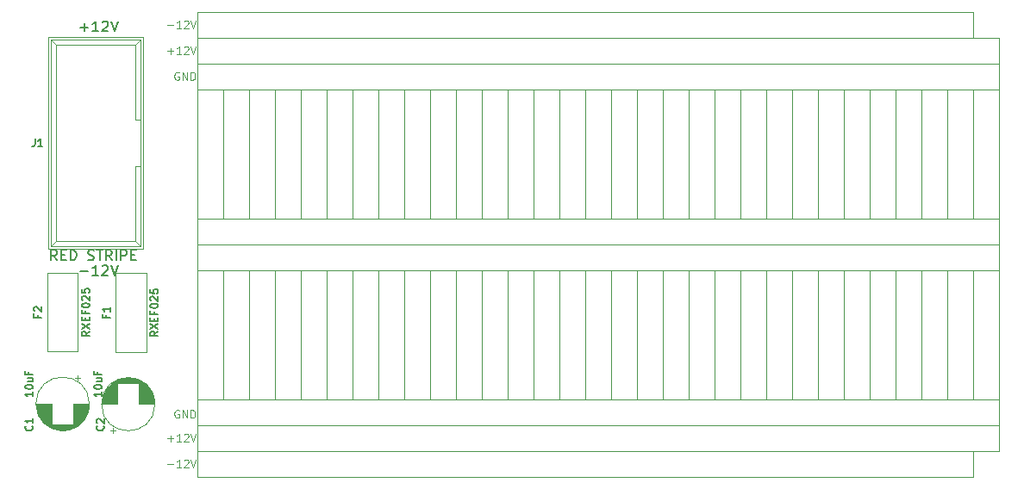
<source format=gbr>
G04 #@! TF.GenerationSoftware,KiCad,Pcbnew,5.1.5-52549c5~84~ubuntu18.04.1*
G04 #@! TF.CreationDate,2020-07-05T07:32:41-04:00*
G04 #@! TF.ProjectId,kosmo_proto,6b6f736d-6f5f-4707-926f-746f2e6b6963,rev?*
G04 #@! TF.SameCoordinates,Original*
G04 #@! TF.FileFunction,Legend,Top*
G04 #@! TF.FilePolarity,Positive*
%FSLAX46Y46*%
G04 Gerber Fmt 4.6, Leading zero omitted, Abs format (unit mm)*
G04 Created by KiCad (PCBNEW 5.1.5-52549c5~84~ubuntu18.04.1) date 2020-07-05 07:32:41*
%MOMM*%
%LPD*%
G04 APERTURE LIST*
%ADD10C,0.120000*%
%ADD11C,0.101600*%
%ADD12C,0.150000*%
G04 APERTURE END LIST*
D10*
X139700000Y-104140000D02*
X139700000Y-101600000D01*
X139700000Y-58420000D02*
X139700000Y-60960000D01*
X139700000Y-83820000D02*
X139700000Y-96520000D01*
X139700000Y-101600000D02*
X142240000Y-101600000D01*
X139700000Y-99060000D02*
X142240000Y-99060000D01*
X139700000Y-96520000D02*
X142240000Y-96520000D01*
X139700000Y-83820000D02*
X142240000Y-83820000D01*
X139700000Y-81280000D02*
X142240000Y-81280000D01*
X139700000Y-78740000D02*
X142240000Y-78740000D01*
X139700000Y-66040000D02*
X139700000Y-78740000D01*
X139700000Y-66040000D02*
X142240000Y-66040000D01*
X139700000Y-63500000D02*
X142240000Y-63500000D01*
X139700000Y-60960000D02*
X142240000Y-60960000D01*
X134620000Y-83820000D02*
X134620000Y-96520000D01*
X137160000Y-83820000D02*
X137160000Y-96520000D01*
X132080000Y-83820000D02*
X132080000Y-96520000D01*
X129540000Y-83820000D02*
X129540000Y-96520000D01*
X127000000Y-83820000D02*
X127000000Y-96520000D01*
X124460000Y-83820000D02*
X124460000Y-96520000D01*
X116840000Y-83820000D02*
X116840000Y-96520000D01*
X119380000Y-83820000D02*
X119380000Y-96520000D01*
X121920000Y-83820000D02*
X121920000Y-96520000D01*
X104140000Y-83820000D02*
X104140000Y-96520000D01*
X106680000Y-83820000D02*
X106680000Y-96520000D01*
X111760000Y-83820000D02*
X111760000Y-96520000D01*
X114300000Y-83820000D02*
X114300000Y-96520000D01*
X109220000Y-83820000D02*
X109220000Y-96520000D01*
X93980000Y-83820000D02*
X93980000Y-96520000D01*
X91440000Y-83820000D02*
X91440000Y-96520000D01*
X99060000Y-83820000D02*
X99060000Y-96520000D01*
X96520000Y-83820000D02*
X96520000Y-96520000D01*
X101600000Y-83820000D02*
X101600000Y-96520000D01*
X86360000Y-83820000D02*
X86360000Y-96520000D01*
X83820000Y-83820000D02*
X83820000Y-96520000D01*
X78740000Y-83820000D02*
X78740000Y-96520000D01*
X81280000Y-83820000D02*
X81280000Y-96520000D01*
X88900000Y-83820000D02*
X88900000Y-96520000D01*
X66040000Y-83820000D02*
X66040000Y-96520000D01*
X76200000Y-83820000D02*
X76200000Y-96520000D01*
X71120000Y-83820000D02*
X71120000Y-96520000D01*
X68580000Y-83820000D02*
X68580000Y-96520000D01*
X73660000Y-83820000D02*
X73660000Y-96520000D01*
X137160000Y-66040000D02*
X137160000Y-78740000D01*
X129540000Y-66040000D02*
X129540000Y-78740000D01*
X132080000Y-66040000D02*
X132080000Y-78740000D01*
X134620000Y-66040000D02*
X134620000Y-78740000D01*
X121920000Y-66040000D02*
X121920000Y-78740000D01*
X116840000Y-66040000D02*
X116840000Y-78740000D01*
X119380000Y-66040000D02*
X119380000Y-78740000D01*
X127000000Y-66040000D02*
X127000000Y-78740000D01*
X124460000Y-66040000D02*
X124460000Y-78740000D01*
X106680000Y-66040000D02*
X106680000Y-78740000D01*
X114300000Y-66040000D02*
X114300000Y-78740000D01*
X104140000Y-66040000D02*
X104140000Y-78740000D01*
X111760000Y-66040000D02*
X111760000Y-78740000D01*
X109220000Y-66040000D02*
X109220000Y-78740000D01*
X96520000Y-66040000D02*
X96520000Y-78740000D01*
X101600000Y-66040000D02*
X101600000Y-78740000D01*
X99060000Y-66040000D02*
X99060000Y-78740000D01*
X91440000Y-66040000D02*
X91440000Y-78740000D01*
X93980000Y-66040000D02*
X93980000Y-78740000D01*
X78740000Y-66040000D02*
X78740000Y-78740000D01*
X88900000Y-66040000D02*
X88900000Y-78740000D01*
X83820000Y-66040000D02*
X83820000Y-78740000D01*
X81280000Y-66040000D02*
X81280000Y-78740000D01*
X86360000Y-66040000D02*
X86360000Y-78740000D01*
X76200000Y-66040000D02*
X76200000Y-78740000D01*
X73660000Y-66040000D02*
X73660000Y-78740000D01*
X71120000Y-66040000D02*
X71120000Y-78740000D01*
X68580000Y-66040000D02*
X68580000Y-78740000D01*
X66040000Y-66040000D02*
X66040000Y-78740000D01*
X104140000Y-99060000D02*
X106680000Y-99060000D01*
X114300000Y-101600000D02*
X116840000Y-101600000D01*
X124460000Y-96520000D02*
X127000000Y-96520000D01*
X124460000Y-101600000D02*
X127000000Y-101600000D01*
X127000000Y-104140000D02*
X129540000Y-104140000D01*
X134620000Y-96520000D02*
X137160000Y-96520000D01*
X127000000Y-81280000D02*
X129540000Y-81280000D01*
X137160000Y-81280000D02*
X139700000Y-81280000D01*
X109220000Y-96520000D02*
X111760000Y-96520000D01*
X121920000Y-60960000D02*
X124460000Y-60960000D01*
X132080000Y-60960000D02*
X134620000Y-60960000D01*
X134620000Y-99060000D02*
X137160000Y-99060000D01*
X129540000Y-58420000D02*
X132080000Y-58420000D01*
X119380000Y-63500000D02*
X121920000Y-63500000D01*
X104140000Y-96520000D02*
X106680000Y-96520000D01*
X104140000Y-104140000D02*
X106680000Y-104140000D01*
X134620000Y-81280000D02*
X137160000Y-81280000D01*
X129540000Y-96520000D02*
X132080000Y-96520000D01*
X119380000Y-104140000D02*
X121920000Y-104140000D01*
X116840000Y-96520000D02*
X119380000Y-96520000D01*
X127000000Y-66040000D02*
X129540000Y-66040000D01*
X114300000Y-99060000D02*
X116840000Y-99060000D01*
X114300000Y-96520000D02*
X116840000Y-96520000D01*
X129540000Y-81280000D02*
X132080000Y-81280000D01*
X111760000Y-83820000D02*
X114300000Y-83820000D01*
X124460000Y-78740000D02*
X127000000Y-78740000D01*
X106680000Y-66040000D02*
X109220000Y-66040000D01*
X119380000Y-96520000D02*
X121920000Y-96520000D01*
X134620000Y-60960000D02*
X137160000Y-60960000D01*
X109220000Y-99060000D02*
X111760000Y-99060000D01*
X121920000Y-63500000D02*
X124460000Y-63500000D01*
X127000000Y-60960000D02*
X129540000Y-60960000D01*
X114300000Y-58420000D02*
X116840000Y-58420000D01*
X134620000Y-101600000D02*
X137160000Y-101600000D01*
X111760000Y-63500000D02*
X114300000Y-63500000D01*
X134620000Y-78740000D02*
X137160000Y-78740000D01*
X127000000Y-99060000D02*
X129540000Y-99060000D01*
X124460000Y-63500000D02*
X127000000Y-63500000D01*
X106680000Y-104140000D02*
X109220000Y-104140000D01*
X132080000Y-63500000D02*
X134620000Y-63500000D01*
X134620000Y-104140000D02*
X137160000Y-104140000D01*
X116840000Y-66040000D02*
X119380000Y-66040000D01*
X119380000Y-58420000D02*
X121920000Y-58420000D01*
X121920000Y-66040000D02*
X124460000Y-66040000D01*
X137160000Y-99060000D02*
X139700000Y-99060000D01*
X121920000Y-101600000D02*
X124460000Y-101600000D01*
X104140000Y-83820000D02*
X106680000Y-83820000D01*
X111760000Y-81280000D02*
X114300000Y-81280000D01*
X121920000Y-99060000D02*
X124460000Y-99060000D01*
X109220000Y-66040000D02*
X111760000Y-66040000D01*
X104140000Y-63500000D02*
X106680000Y-63500000D01*
X104140000Y-101600000D02*
X106680000Y-101600000D01*
X109220000Y-78740000D02*
X111760000Y-78740000D01*
X109220000Y-60960000D02*
X111760000Y-60960000D01*
X137160000Y-96520000D02*
X139700000Y-96520000D01*
X116840000Y-78740000D02*
X119380000Y-78740000D01*
X106680000Y-63500000D02*
X109220000Y-63500000D01*
X121920000Y-96520000D02*
X124460000Y-96520000D01*
X119380000Y-101600000D02*
X121920000Y-101600000D01*
X109220000Y-101600000D02*
X111760000Y-101600000D01*
X119380000Y-60960000D02*
X121920000Y-60960000D01*
X121920000Y-81280000D02*
X124460000Y-81280000D01*
X109220000Y-63500000D02*
X111760000Y-63500000D01*
X106680000Y-83820000D02*
X109220000Y-83820000D01*
X121920000Y-78740000D02*
X124460000Y-78740000D01*
X134620000Y-66040000D02*
X137160000Y-66040000D01*
X114300000Y-104140000D02*
X116840000Y-104140000D01*
X104140000Y-78740000D02*
X106680000Y-78740000D01*
X129540000Y-63500000D02*
X132080000Y-63500000D01*
X124460000Y-66040000D02*
X127000000Y-66040000D01*
X129540000Y-78740000D02*
X132080000Y-78740000D01*
X106680000Y-81280000D02*
X109220000Y-81280000D01*
X111760000Y-60960000D02*
X114300000Y-60960000D01*
X116840000Y-63500000D02*
X119380000Y-63500000D01*
X106680000Y-60960000D02*
X109220000Y-60960000D01*
X137160000Y-104140000D02*
X139700000Y-104140000D01*
X116840000Y-81280000D02*
X119380000Y-81280000D01*
X109220000Y-83820000D02*
X111760000Y-83820000D01*
X114300000Y-81280000D02*
X116840000Y-81280000D01*
X116840000Y-104140000D02*
X119380000Y-104140000D01*
X124460000Y-83820000D02*
X127000000Y-83820000D01*
X114300000Y-60960000D02*
X116840000Y-60960000D01*
X106680000Y-101600000D02*
X109220000Y-101600000D01*
X132080000Y-83820000D02*
X134620000Y-83820000D01*
X104140000Y-81280000D02*
X106680000Y-81280000D01*
X111760000Y-104140000D02*
X114300000Y-104140000D01*
X121920000Y-83820000D02*
X124460000Y-83820000D01*
X114300000Y-78740000D02*
X116840000Y-78740000D01*
X134620000Y-58420000D02*
X137160000Y-58420000D01*
X116840000Y-83820000D02*
X119380000Y-83820000D01*
X127000000Y-78740000D02*
X129540000Y-78740000D01*
X137160000Y-101600000D02*
X139700000Y-101600000D01*
X116840000Y-99060000D02*
X119380000Y-99060000D01*
X132080000Y-66040000D02*
X134620000Y-66040000D01*
X104140000Y-58420000D02*
X106680000Y-58420000D01*
X119380000Y-78740000D02*
X121920000Y-78740000D01*
X111760000Y-66040000D02*
X114300000Y-66040000D01*
X124460000Y-104140000D02*
X127000000Y-104140000D01*
X104140000Y-66040000D02*
X106680000Y-66040000D01*
X132080000Y-58420000D02*
X134620000Y-58420000D01*
X132080000Y-99060000D02*
X134620000Y-99060000D01*
X124460000Y-81280000D02*
X127000000Y-81280000D01*
X119380000Y-81280000D02*
X121920000Y-81280000D01*
X106680000Y-78740000D02*
X109220000Y-78740000D01*
X124460000Y-60960000D02*
X127000000Y-60960000D01*
X116840000Y-101600000D02*
X119380000Y-101600000D01*
X127000000Y-96520000D02*
X129540000Y-96520000D01*
X106680000Y-58420000D02*
X109220000Y-58420000D01*
X111760000Y-58420000D02*
X114300000Y-58420000D01*
X129540000Y-101600000D02*
X132080000Y-101600000D01*
X124460000Y-99060000D02*
X127000000Y-99060000D01*
X114300000Y-63500000D02*
X116840000Y-63500000D01*
X106680000Y-96520000D02*
X109220000Y-96520000D01*
X127000000Y-58420000D02*
X129540000Y-58420000D01*
X119380000Y-99060000D02*
X121920000Y-99060000D01*
X137160000Y-66040000D02*
X139700000Y-66040000D01*
X137160000Y-78740000D02*
X139700000Y-78740000D01*
X111760000Y-101600000D02*
X114300000Y-101600000D01*
X132080000Y-78740000D02*
X134620000Y-78740000D01*
X119380000Y-66040000D02*
X121920000Y-66040000D01*
X137160000Y-60960000D02*
X139700000Y-60960000D01*
X137160000Y-58420000D02*
X139700000Y-58420000D01*
X111760000Y-99060000D02*
X114300000Y-99060000D01*
X121920000Y-58420000D02*
X124460000Y-58420000D01*
X121920000Y-104140000D02*
X124460000Y-104140000D01*
X114300000Y-83820000D02*
X116840000Y-83820000D01*
X116840000Y-60960000D02*
X119380000Y-60960000D01*
X129540000Y-83820000D02*
X132080000Y-83820000D01*
X134620000Y-63500000D02*
X137160000Y-63500000D01*
X111760000Y-78740000D02*
X114300000Y-78740000D01*
X127000000Y-63500000D02*
X129540000Y-63500000D01*
X132080000Y-101600000D02*
X134620000Y-101600000D01*
X132080000Y-96520000D02*
X134620000Y-96520000D01*
X129540000Y-99060000D02*
X132080000Y-99060000D01*
X129540000Y-60960000D02*
X132080000Y-60960000D01*
X137160000Y-63500000D02*
X139700000Y-63500000D01*
X109220000Y-81280000D02*
X111760000Y-81280000D01*
X111760000Y-96520000D02*
X114300000Y-96520000D01*
X116840000Y-58420000D02*
X119380000Y-58420000D01*
X119380000Y-83820000D02*
X121920000Y-83820000D01*
X129540000Y-66040000D02*
X132080000Y-66040000D01*
X129540000Y-104140000D02*
X132080000Y-104140000D01*
X137160000Y-83820000D02*
X139700000Y-83820000D01*
X124460000Y-58420000D02*
X127000000Y-58420000D01*
X127000000Y-101600000D02*
X129540000Y-101600000D01*
X104140000Y-60960000D02*
X106680000Y-60960000D01*
X109220000Y-104140000D02*
X111760000Y-104140000D01*
X109220000Y-58420000D02*
X111760000Y-58420000D01*
X127000000Y-83820000D02*
X129540000Y-83820000D01*
X106680000Y-99060000D02*
X109220000Y-99060000D01*
X142240000Y-60960000D02*
X142240000Y-101600000D01*
X114300000Y-66040000D02*
X116840000Y-66040000D01*
X132080000Y-81280000D02*
X134620000Y-81280000D01*
X132080000Y-104140000D02*
X134620000Y-104140000D01*
X134620000Y-83820000D02*
X137160000Y-83820000D01*
X93980000Y-96520000D02*
X96520000Y-96520000D01*
X93980000Y-101600000D02*
X96520000Y-101600000D01*
X96520000Y-104140000D02*
X99060000Y-104140000D01*
X96520000Y-81280000D02*
X99060000Y-81280000D01*
X101600000Y-60960000D02*
X104140000Y-60960000D01*
X99060000Y-58420000D02*
X101600000Y-58420000D01*
X99060000Y-96520000D02*
X101600000Y-96520000D01*
X96520000Y-66040000D02*
X99060000Y-66040000D01*
X99060000Y-81280000D02*
X101600000Y-81280000D01*
X93980000Y-78740000D02*
X96520000Y-78740000D01*
X96520000Y-60960000D02*
X99060000Y-60960000D01*
X96520000Y-99060000D02*
X99060000Y-99060000D01*
X93980000Y-63500000D02*
X96520000Y-63500000D01*
X101600000Y-63500000D02*
X104140000Y-63500000D01*
X99060000Y-63500000D02*
X101600000Y-63500000D01*
X93980000Y-66040000D02*
X96520000Y-66040000D01*
X99060000Y-78740000D02*
X101600000Y-78740000D01*
X93980000Y-83820000D02*
X96520000Y-83820000D01*
X101600000Y-83820000D02*
X104140000Y-83820000D01*
X96520000Y-78740000D02*
X99060000Y-78740000D01*
X101600000Y-66040000D02*
X104140000Y-66040000D01*
X93980000Y-104140000D02*
X96520000Y-104140000D01*
X101600000Y-58420000D02*
X104140000Y-58420000D01*
X101600000Y-99060000D02*
X104140000Y-99060000D01*
X93980000Y-81280000D02*
X96520000Y-81280000D01*
X93980000Y-60960000D02*
X96520000Y-60960000D01*
X96520000Y-96520000D02*
X99060000Y-96520000D01*
X99060000Y-101600000D02*
X101600000Y-101600000D01*
X93980000Y-99060000D02*
X96520000Y-99060000D01*
X96520000Y-58420000D02*
X99060000Y-58420000D01*
X101600000Y-78740000D02*
X104140000Y-78740000D01*
X99060000Y-83820000D02*
X101600000Y-83820000D01*
X96520000Y-63500000D02*
X99060000Y-63500000D01*
X101600000Y-101600000D02*
X104140000Y-101600000D01*
X101600000Y-96520000D02*
X104140000Y-96520000D01*
X99060000Y-99060000D02*
X101600000Y-99060000D01*
X99060000Y-60960000D02*
X101600000Y-60960000D01*
X99060000Y-66040000D02*
X101600000Y-66040000D01*
X99060000Y-104140000D02*
X101600000Y-104140000D01*
X93980000Y-58420000D02*
X96520000Y-58420000D01*
X96520000Y-101600000D02*
X99060000Y-101600000D01*
X96520000Y-83820000D02*
X99060000Y-83820000D01*
X101600000Y-81280000D02*
X104140000Y-81280000D01*
X101600000Y-104140000D02*
X104140000Y-104140000D01*
X83820000Y-101600000D02*
X86360000Y-101600000D01*
X91440000Y-60960000D02*
X93980000Y-60960000D01*
X88900000Y-63500000D02*
X91440000Y-63500000D01*
X88900000Y-104140000D02*
X91440000Y-104140000D01*
X86360000Y-96520000D02*
X88900000Y-96520000D01*
X83820000Y-99060000D02*
X86360000Y-99060000D01*
X83820000Y-96520000D02*
X86360000Y-96520000D01*
X88900000Y-96520000D02*
X91440000Y-96520000D01*
X91440000Y-63500000D02*
X93980000Y-63500000D01*
X83820000Y-58420000D02*
X86360000Y-58420000D01*
X86360000Y-66040000D02*
X88900000Y-66040000D01*
X88900000Y-58420000D02*
X91440000Y-58420000D01*
X91440000Y-66040000D02*
X93980000Y-66040000D01*
X91440000Y-101600000D02*
X93980000Y-101600000D01*
X91440000Y-99060000D02*
X93980000Y-99060000D01*
X86360000Y-78740000D02*
X88900000Y-78740000D01*
X91440000Y-96520000D02*
X93980000Y-96520000D01*
X88900000Y-101600000D02*
X91440000Y-101600000D01*
X88900000Y-60960000D02*
X91440000Y-60960000D01*
X91440000Y-81280000D02*
X93980000Y-81280000D01*
X91440000Y-78740000D02*
X93980000Y-78740000D01*
X83820000Y-104140000D02*
X86360000Y-104140000D01*
X86360000Y-63500000D02*
X88900000Y-63500000D01*
X86360000Y-81280000D02*
X88900000Y-81280000D01*
X83820000Y-81280000D02*
X86360000Y-81280000D01*
X86360000Y-104140000D02*
X88900000Y-104140000D01*
X83820000Y-60960000D02*
X86360000Y-60960000D01*
X91440000Y-83820000D02*
X93980000Y-83820000D01*
X83820000Y-78740000D02*
X86360000Y-78740000D01*
X86360000Y-83820000D02*
X88900000Y-83820000D01*
X86360000Y-99060000D02*
X88900000Y-99060000D01*
X88900000Y-78740000D02*
X91440000Y-78740000D01*
X88900000Y-81280000D02*
X91440000Y-81280000D01*
X86360000Y-101600000D02*
X88900000Y-101600000D01*
X83820000Y-63500000D02*
X86360000Y-63500000D01*
X88900000Y-99060000D02*
X91440000Y-99060000D01*
X88900000Y-66040000D02*
X91440000Y-66040000D01*
X91440000Y-58420000D02*
X93980000Y-58420000D01*
X91440000Y-104140000D02*
X93980000Y-104140000D01*
X83820000Y-83820000D02*
X86360000Y-83820000D01*
X86360000Y-60960000D02*
X88900000Y-60960000D01*
X86360000Y-58420000D02*
X88900000Y-58420000D01*
X88900000Y-83820000D02*
X91440000Y-83820000D01*
X83820000Y-66040000D02*
X86360000Y-66040000D01*
X73660000Y-99060000D02*
X76200000Y-99060000D01*
X78740000Y-96520000D02*
X81280000Y-96520000D01*
X73660000Y-96520000D02*
X76200000Y-96520000D01*
X73660000Y-104140000D02*
X76200000Y-104140000D01*
X81280000Y-83820000D02*
X83820000Y-83820000D01*
X76200000Y-66040000D02*
X78740000Y-66040000D01*
X78740000Y-99060000D02*
X81280000Y-99060000D01*
X81280000Y-63500000D02*
X83820000Y-63500000D01*
X76200000Y-104140000D02*
X78740000Y-104140000D01*
X73660000Y-83820000D02*
X76200000Y-83820000D01*
X81280000Y-81280000D02*
X83820000Y-81280000D01*
X78740000Y-66040000D02*
X81280000Y-66040000D01*
X73660000Y-63500000D02*
X76200000Y-63500000D01*
X73660000Y-101600000D02*
X76200000Y-101600000D01*
X78740000Y-78740000D02*
X81280000Y-78740000D01*
X78740000Y-60960000D02*
X81280000Y-60960000D01*
X76200000Y-63500000D02*
X78740000Y-63500000D01*
X78740000Y-101600000D02*
X81280000Y-101600000D01*
X78740000Y-63500000D02*
X81280000Y-63500000D01*
X76200000Y-83820000D02*
X78740000Y-83820000D01*
X73660000Y-78740000D02*
X76200000Y-78740000D01*
X76200000Y-81280000D02*
X78740000Y-81280000D01*
X81280000Y-60960000D02*
X83820000Y-60960000D01*
X76200000Y-60960000D02*
X78740000Y-60960000D01*
X78740000Y-83820000D02*
X81280000Y-83820000D01*
X76200000Y-101600000D02*
X78740000Y-101600000D01*
X73660000Y-81280000D02*
X76200000Y-81280000D01*
X81280000Y-104140000D02*
X83820000Y-104140000D01*
X73660000Y-58420000D02*
X76200000Y-58420000D01*
X81280000Y-66040000D02*
X83820000Y-66040000D01*
X73660000Y-66040000D02*
X76200000Y-66040000D01*
X76200000Y-78740000D02*
X78740000Y-78740000D01*
X76200000Y-58420000D02*
X78740000Y-58420000D01*
X81280000Y-58420000D02*
X83820000Y-58420000D01*
X76200000Y-96520000D02*
X78740000Y-96520000D01*
X81280000Y-101600000D02*
X83820000Y-101600000D01*
X81280000Y-99060000D02*
X83820000Y-99060000D01*
X81280000Y-78740000D02*
X83820000Y-78740000D01*
X78740000Y-81280000D02*
X81280000Y-81280000D01*
X81280000Y-96520000D02*
X83820000Y-96520000D01*
X73660000Y-60960000D02*
X76200000Y-60960000D01*
X78740000Y-104140000D02*
X81280000Y-104140000D01*
X78740000Y-58420000D02*
X81280000Y-58420000D01*
X76200000Y-99060000D02*
X78740000Y-99060000D01*
X71120000Y-96520000D02*
X73660000Y-96520000D01*
X71120000Y-99060000D02*
X73660000Y-99060000D01*
X71120000Y-66040000D02*
X73660000Y-66040000D01*
X71120000Y-78740000D02*
X73660000Y-78740000D01*
X71120000Y-60960000D02*
X73660000Y-60960000D01*
X71120000Y-101600000D02*
X73660000Y-101600000D01*
X71120000Y-63500000D02*
X73660000Y-63500000D01*
X71120000Y-83820000D02*
X73660000Y-83820000D01*
X71120000Y-81280000D02*
X73660000Y-81280000D01*
X71120000Y-104140000D02*
X73660000Y-104140000D01*
X71120000Y-58420000D02*
X73660000Y-58420000D01*
X68580000Y-66040000D02*
X71120000Y-66040000D01*
X68580000Y-104140000D02*
X71120000Y-104140000D01*
X68580000Y-63500000D02*
X71120000Y-63500000D01*
X68580000Y-83820000D02*
X71120000Y-83820000D01*
X68580000Y-81280000D02*
X71120000Y-81280000D01*
X68580000Y-60960000D02*
X71120000Y-60960000D01*
X68580000Y-101600000D02*
X71120000Y-101600000D01*
X68580000Y-78740000D02*
X71120000Y-78740000D01*
X68580000Y-58420000D02*
X71120000Y-58420000D01*
X68580000Y-96520000D02*
X71120000Y-96520000D01*
X68580000Y-99060000D02*
X71120000Y-99060000D01*
X66040000Y-99060000D02*
X68580000Y-99060000D01*
X66040000Y-96520000D02*
X68580000Y-96520000D01*
X66040000Y-104140000D02*
X68580000Y-104140000D01*
X66040000Y-83820000D02*
X68580000Y-83820000D01*
X66040000Y-63500000D02*
X68580000Y-63500000D01*
X66040000Y-101600000D02*
X68580000Y-101600000D01*
X66040000Y-78740000D02*
X68580000Y-78740000D01*
X66040000Y-81280000D02*
X68580000Y-81280000D01*
X66040000Y-58420000D02*
X68580000Y-58420000D01*
X66040000Y-66040000D02*
X68580000Y-66040000D01*
X66040000Y-60960000D02*
X68580000Y-60960000D01*
X63500000Y-104140000D02*
X66040000Y-104140000D01*
X63500000Y-101600000D02*
X66040000Y-101600000D01*
X63500000Y-99060000D02*
X66040000Y-99060000D01*
X63500000Y-96520000D02*
X66040000Y-96520000D01*
X63500000Y-83820000D02*
X66040000Y-83820000D01*
X63500000Y-81280000D02*
X66040000Y-81280000D01*
X63500000Y-78740000D02*
X66040000Y-78740000D01*
X63500000Y-58420000D02*
X66040000Y-58420000D01*
X63500000Y-60960000D02*
X66040000Y-60960000D01*
X63500000Y-63500000D02*
X66040000Y-63500000D01*
X63500000Y-66040000D02*
X66040000Y-66040000D01*
X63500000Y-58420000D02*
X63500000Y-104140000D01*
D11*
X60567388Y-102924428D02*
X61147960Y-102924428D01*
X61909960Y-103214714D02*
X61474531Y-103214714D01*
X61692245Y-103214714D02*
X61692245Y-102452714D01*
X61619674Y-102561571D01*
X61547102Y-102634142D01*
X61474531Y-102670428D01*
X62200245Y-102525285D02*
X62236531Y-102489000D01*
X62309102Y-102452714D01*
X62490531Y-102452714D01*
X62563102Y-102489000D01*
X62599388Y-102525285D01*
X62635674Y-102597857D01*
X62635674Y-102670428D01*
X62599388Y-102779285D01*
X62163960Y-103214714D01*
X62635674Y-103214714D01*
X62853388Y-102452714D02*
X63107388Y-103214714D01*
X63361388Y-102452714D01*
X61692245Y-97619000D02*
X61619674Y-97582714D01*
X61510817Y-97582714D01*
X61401960Y-97619000D01*
X61329388Y-97691571D01*
X61293102Y-97764142D01*
X61256817Y-97909285D01*
X61256817Y-98018142D01*
X61293102Y-98163285D01*
X61329388Y-98235857D01*
X61401960Y-98308428D01*
X61510817Y-98344714D01*
X61583388Y-98344714D01*
X61692245Y-98308428D01*
X61728531Y-98272142D01*
X61728531Y-98018142D01*
X61583388Y-98018142D01*
X62055102Y-98344714D02*
X62055102Y-97582714D01*
X62490531Y-98344714D01*
X62490531Y-97582714D01*
X62853388Y-98344714D02*
X62853388Y-97582714D01*
X63034817Y-97582714D01*
X63143674Y-97619000D01*
X63216245Y-97691571D01*
X63252531Y-97764142D01*
X63288817Y-97909285D01*
X63288817Y-98018142D01*
X63252531Y-98163285D01*
X63216245Y-98235857D01*
X63143674Y-98308428D01*
X63034817Y-98344714D01*
X62853388Y-98344714D01*
X60567388Y-100384428D02*
X61147960Y-100384428D01*
X60857674Y-100674714D02*
X60857674Y-100094142D01*
X61909960Y-100674714D02*
X61474531Y-100674714D01*
X61692245Y-100674714D02*
X61692245Y-99912714D01*
X61619674Y-100021571D01*
X61547102Y-100094142D01*
X61474531Y-100130428D01*
X62200245Y-99985285D02*
X62236531Y-99949000D01*
X62309102Y-99912714D01*
X62490531Y-99912714D01*
X62563102Y-99949000D01*
X62599388Y-99985285D01*
X62635674Y-100057857D01*
X62635674Y-100130428D01*
X62599388Y-100239285D01*
X62163960Y-100674714D01*
X62635674Y-100674714D01*
X62853388Y-99912714D02*
X63107388Y-100674714D01*
X63361388Y-99912714D01*
X60567388Y-62284428D02*
X61147960Y-62284428D01*
X60857674Y-62574714D02*
X60857674Y-61994142D01*
X61909960Y-62574714D02*
X61474531Y-62574714D01*
X61692245Y-62574714D02*
X61692245Y-61812714D01*
X61619674Y-61921571D01*
X61547102Y-61994142D01*
X61474531Y-62030428D01*
X62200245Y-61885285D02*
X62236531Y-61849000D01*
X62309102Y-61812714D01*
X62490531Y-61812714D01*
X62563102Y-61849000D01*
X62599388Y-61885285D01*
X62635674Y-61957857D01*
X62635674Y-62030428D01*
X62599388Y-62139285D01*
X62163960Y-62574714D01*
X62635674Y-62574714D01*
X62853388Y-61812714D02*
X63107388Y-62574714D01*
X63361388Y-61812714D01*
X61692245Y-64389000D02*
X61619674Y-64352714D01*
X61510817Y-64352714D01*
X61401960Y-64389000D01*
X61329388Y-64461571D01*
X61293102Y-64534142D01*
X61256817Y-64679285D01*
X61256817Y-64788142D01*
X61293102Y-64933285D01*
X61329388Y-65005857D01*
X61401960Y-65078428D01*
X61510817Y-65114714D01*
X61583388Y-65114714D01*
X61692245Y-65078428D01*
X61728531Y-65042142D01*
X61728531Y-64788142D01*
X61583388Y-64788142D01*
X62055102Y-65114714D02*
X62055102Y-64352714D01*
X62490531Y-65114714D01*
X62490531Y-64352714D01*
X62853388Y-65114714D02*
X62853388Y-64352714D01*
X63034817Y-64352714D01*
X63143674Y-64389000D01*
X63216245Y-64461571D01*
X63252531Y-64534142D01*
X63288817Y-64679285D01*
X63288817Y-64788142D01*
X63252531Y-64933285D01*
X63216245Y-65005857D01*
X63143674Y-65078428D01*
X63034817Y-65114714D01*
X62853388Y-65114714D01*
X60567388Y-59744428D02*
X61147960Y-59744428D01*
X61909960Y-60034714D02*
X61474531Y-60034714D01*
X61692245Y-60034714D02*
X61692245Y-59272714D01*
X61619674Y-59381571D01*
X61547102Y-59454142D01*
X61474531Y-59490428D01*
X62200245Y-59345285D02*
X62236531Y-59309000D01*
X62309102Y-59272714D01*
X62490531Y-59272714D01*
X62563102Y-59309000D01*
X62599388Y-59345285D01*
X62635674Y-59417857D01*
X62635674Y-59490428D01*
X62599388Y-59599285D01*
X62163960Y-60034714D01*
X62635674Y-60034714D01*
X62853388Y-59272714D02*
X63107388Y-60034714D01*
X63361388Y-59272714D01*
D10*
X51994000Y-94413225D02*
X51494000Y-94413225D01*
X51744000Y-94163225D02*
X51744000Y-94663225D01*
X50553000Y-99569000D02*
X49985000Y-99569000D01*
X50787000Y-99529000D02*
X49751000Y-99529000D01*
X50946000Y-99489000D02*
X49592000Y-99489000D01*
X51074000Y-99449000D02*
X49464000Y-99449000D01*
X51184000Y-99409000D02*
X49354000Y-99409000D01*
X51280000Y-99369000D02*
X49258000Y-99369000D01*
X51367000Y-99329000D02*
X49171000Y-99329000D01*
X51447000Y-99289000D02*
X49091000Y-99289000D01*
X51520000Y-99249000D02*
X49018000Y-99249000D01*
X51588000Y-99209000D02*
X48950000Y-99209000D01*
X51652000Y-99169000D02*
X48886000Y-99169000D01*
X51712000Y-99129000D02*
X48826000Y-99129000D01*
X51769000Y-99089000D02*
X48769000Y-99089000D01*
X51823000Y-99049000D02*
X48715000Y-99049000D01*
X51874000Y-99009000D02*
X48664000Y-99009000D01*
X49229000Y-98969000D02*
X48616000Y-98969000D01*
X51922000Y-98969000D02*
X51309000Y-98969000D01*
X49229000Y-98929000D02*
X48570000Y-98929000D01*
X51968000Y-98929000D02*
X51309000Y-98929000D01*
X49229000Y-98889000D02*
X48526000Y-98889000D01*
X52012000Y-98889000D02*
X51309000Y-98889000D01*
X49229000Y-98849000D02*
X48484000Y-98849000D01*
X52054000Y-98849000D02*
X51309000Y-98849000D01*
X49229000Y-98809000D02*
X48443000Y-98809000D01*
X52095000Y-98809000D02*
X51309000Y-98809000D01*
X49229000Y-98769000D02*
X48405000Y-98769000D01*
X52133000Y-98769000D02*
X51309000Y-98769000D01*
X49229000Y-98729000D02*
X48368000Y-98729000D01*
X52170000Y-98729000D02*
X51309000Y-98729000D01*
X49229000Y-98689000D02*
X48332000Y-98689000D01*
X52206000Y-98689000D02*
X51309000Y-98689000D01*
X49229000Y-98649000D02*
X48298000Y-98649000D01*
X52240000Y-98649000D02*
X51309000Y-98649000D01*
X49229000Y-98609000D02*
X48265000Y-98609000D01*
X52273000Y-98609000D02*
X51309000Y-98609000D01*
X49229000Y-98569000D02*
X48234000Y-98569000D01*
X52304000Y-98569000D02*
X51309000Y-98569000D01*
X49229000Y-98529000D02*
X48204000Y-98529000D01*
X52334000Y-98529000D02*
X51309000Y-98529000D01*
X49229000Y-98489000D02*
X48174000Y-98489000D01*
X52364000Y-98489000D02*
X51309000Y-98489000D01*
X49229000Y-98449000D02*
X48147000Y-98449000D01*
X52391000Y-98449000D02*
X51309000Y-98449000D01*
X49229000Y-98409000D02*
X48120000Y-98409000D01*
X52418000Y-98409000D02*
X51309000Y-98409000D01*
X49229000Y-98369000D02*
X48094000Y-98369000D01*
X52444000Y-98369000D02*
X51309000Y-98369000D01*
X49229000Y-98329000D02*
X48069000Y-98329000D01*
X52469000Y-98329000D02*
X51309000Y-98329000D01*
X49229000Y-98289000D02*
X48045000Y-98289000D01*
X52493000Y-98289000D02*
X51309000Y-98289000D01*
X49229000Y-98249000D02*
X48022000Y-98249000D01*
X52516000Y-98249000D02*
X51309000Y-98249000D01*
X49229000Y-98209000D02*
X48001000Y-98209000D01*
X52537000Y-98209000D02*
X51309000Y-98209000D01*
X49229000Y-98169000D02*
X47979000Y-98169000D01*
X52559000Y-98169000D02*
X51309000Y-98169000D01*
X49229000Y-98129000D02*
X47959000Y-98129000D01*
X52579000Y-98129000D02*
X51309000Y-98129000D01*
X49229000Y-98089000D02*
X47940000Y-98089000D01*
X52598000Y-98089000D02*
X51309000Y-98089000D01*
X49229000Y-98049000D02*
X47921000Y-98049000D01*
X52617000Y-98049000D02*
X51309000Y-98049000D01*
X49229000Y-98009000D02*
X47904000Y-98009000D01*
X52634000Y-98009000D02*
X51309000Y-98009000D01*
X49229000Y-97969000D02*
X47887000Y-97969000D01*
X52651000Y-97969000D02*
X51309000Y-97969000D01*
X49229000Y-97929000D02*
X47871000Y-97929000D01*
X52667000Y-97929000D02*
X51309000Y-97929000D01*
X49229000Y-97889000D02*
X47855000Y-97889000D01*
X52683000Y-97889000D02*
X51309000Y-97889000D01*
X49229000Y-97849000D02*
X47841000Y-97849000D01*
X52697000Y-97849000D02*
X51309000Y-97849000D01*
X49229000Y-97809000D02*
X47827000Y-97809000D01*
X52711000Y-97809000D02*
X51309000Y-97809000D01*
X49229000Y-97769000D02*
X47814000Y-97769000D01*
X52724000Y-97769000D02*
X51309000Y-97769000D01*
X49229000Y-97729000D02*
X47801000Y-97729000D01*
X52737000Y-97729000D02*
X51309000Y-97729000D01*
X49229000Y-97689000D02*
X47789000Y-97689000D01*
X52749000Y-97689000D02*
X51309000Y-97689000D01*
X49229000Y-97648000D02*
X47778000Y-97648000D01*
X52760000Y-97648000D02*
X51309000Y-97648000D01*
X49229000Y-97608000D02*
X47768000Y-97608000D01*
X52770000Y-97608000D02*
X51309000Y-97608000D01*
X49229000Y-97568000D02*
X47758000Y-97568000D01*
X52780000Y-97568000D02*
X51309000Y-97568000D01*
X49229000Y-97528000D02*
X47749000Y-97528000D01*
X52789000Y-97528000D02*
X51309000Y-97528000D01*
X49229000Y-97488000D02*
X47741000Y-97488000D01*
X52797000Y-97488000D02*
X51309000Y-97488000D01*
X49229000Y-97448000D02*
X47733000Y-97448000D01*
X52805000Y-97448000D02*
X51309000Y-97448000D01*
X49229000Y-97408000D02*
X47726000Y-97408000D01*
X52812000Y-97408000D02*
X51309000Y-97408000D01*
X49229000Y-97368000D02*
X47719000Y-97368000D01*
X52819000Y-97368000D02*
X51309000Y-97368000D01*
X49229000Y-97328000D02*
X47713000Y-97328000D01*
X52825000Y-97328000D02*
X51309000Y-97328000D01*
X49229000Y-97288000D02*
X47708000Y-97288000D01*
X52830000Y-97288000D02*
X51309000Y-97288000D01*
X49229000Y-97248000D02*
X47704000Y-97248000D01*
X52834000Y-97248000D02*
X51309000Y-97248000D01*
X49229000Y-97208000D02*
X47700000Y-97208000D01*
X52838000Y-97208000D02*
X51309000Y-97208000D01*
X49229000Y-97168000D02*
X47696000Y-97168000D01*
X52842000Y-97168000D02*
X51309000Y-97168000D01*
X49229000Y-97128000D02*
X47693000Y-97128000D01*
X52845000Y-97128000D02*
X51309000Y-97128000D01*
X49229000Y-97088000D02*
X47691000Y-97088000D01*
X52847000Y-97088000D02*
X51309000Y-97088000D01*
X49229000Y-97048000D02*
X47690000Y-97048000D01*
X52848000Y-97048000D02*
X51309000Y-97048000D01*
X52849000Y-97008000D02*
X51309000Y-97008000D01*
X49229000Y-97008000D02*
X47689000Y-97008000D01*
X52849000Y-96968000D02*
X51309000Y-96968000D01*
X49229000Y-96968000D02*
X47689000Y-96968000D01*
X52889000Y-96968000D02*
G75*
G03X52889000Y-96968000I-2620000J0D01*
G01*
X54990000Y-99554775D02*
X55490000Y-99554775D01*
X55240000Y-99804775D02*
X55240000Y-99304775D01*
X56431000Y-94399000D02*
X56999000Y-94399000D01*
X56197000Y-94439000D02*
X57233000Y-94439000D01*
X56038000Y-94479000D02*
X57392000Y-94479000D01*
X55910000Y-94519000D02*
X57520000Y-94519000D01*
X55800000Y-94559000D02*
X57630000Y-94559000D01*
X55704000Y-94599000D02*
X57726000Y-94599000D01*
X55617000Y-94639000D02*
X57813000Y-94639000D01*
X55537000Y-94679000D02*
X57893000Y-94679000D01*
X55464000Y-94719000D02*
X57966000Y-94719000D01*
X55396000Y-94759000D02*
X58034000Y-94759000D01*
X55332000Y-94799000D02*
X58098000Y-94799000D01*
X55272000Y-94839000D02*
X58158000Y-94839000D01*
X55215000Y-94879000D02*
X58215000Y-94879000D01*
X55161000Y-94919000D02*
X58269000Y-94919000D01*
X55110000Y-94959000D02*
X58320000Y-94959000D01*
X57755000Y-94999000D02*
X58368000Y-94999000D01*
X55062000Y-94999000D02*
X55675000Y-94999000D01*
X57755000Y-95039000D02*
X58414000Y-95039000D01*
X55016000Y-95039000D02*
X55675000Y-95039000D01*
X57755000Y-95079000D02*
X58458000Y-95079000D01*
X54972000Y-95079000D02*
X55675000Y-95079000D01*
X57755000Y-95119000D02*
X58500000Y-95119000D01*
X54930000Y-95119000D02*
X55675000Y-95119000D01*
X57755000Y-95159000D02*
X58541000Y-95159000D01*
X54889000Y-95159000D02*
X55675000Y-95159000D01*
X57755000Y-95199000D02*
X58579000Y-95199000D01*
X54851000Y-95199000D02*
X55675000Y-95199000D01*
X57755000Y-95239000D02*
X58616000Y-95239000D01*
X54814000Y-95239000D02*
X55675000Y-95239000D01*
X57755000Y-95279000D02*
X58652000Y-95279000D01*
X54778000Y-95279000D02*
X55675000Y-95279000D01*
X57755000Y-95319000D02*
X58686000Y-95319000D01*
X54744000Y-95319000D02*
X55675000Y-95319000D01*
X57755000Y-95359000D02*
X58719000Y-95359000D01*
X54711000Y-95359000D02*
X55675000Y-95359000D01*
X57755000Y-95399000D02*
X58750000Y-95399000D01*
X54680000Y-95399000D02*
X55675000Y-95399000D01*
X57755000Y-95439000D02*
X58780000Y-95439000D01*
X54650000Y-95439000D02*
X55675000Y-95439000D01*
X57755000Y-95479000D02*
X58810000Y-95479000D01*
X54620000Y-95479000D02*
X55675000Y-95479000D01*
X57755000Y-95519000D02*
X58837000Y-95519000D01*
X54593000Y-95519000D02*
X55675000Y-95519000D01*
X57755000Y-95559000D02*
X58864000Y-95559000D01*
X54566000Y-95559000D02*
X55675000Y-95559000D01*
X57755000Y-95599000D02*
X58890000Y-95599000D01*
X54540000Y-95599000D02*
X55675000Y-95599000D01*
X57755000Y-95639000D02*
X58915000Y-95639000D01*
X54515000Y-95639000D02*
X55675000Y-95639000D01*
X57755000Y-95679000D02*
X58939000Y-95679000D01*
X54491000Y-95679000D02*
X55675000Y-95679000D01*
X57755000Y-95719000D02*
X58962000Y-95719000D01*
X54468000Y-95719000D02*
X55675000Y-95719000D01*
X57755000Y-95759000D02*
X58983000Y-95759000D01*
X54447000Y-95759000D02*
X55675000Y-95759000D01*
X57755000Y-95799000D02*
X59005000Y-95799000D01*
X54425000Y-95799000D02*
X55675000Y-95799000D01*
X57755000Y-95839000D02*
X59025000Y-95839000D01*
X54405000Y-95839000D02*
X55675000Y-95839000D01*
X57755000Y-95879000D02*
X59044000Y-95879000D01*
X54386000Y-95879000D02*
X55675000Y-95879000D01*
X57755000Y-95919000D02*
X59063000Y-95919000D01*
X54367000Y-95919000D02*
X55675000Y-95919000D01*
X57755000Y-95959000D02*
X59080000Y-95959000D01*
X54350000Y-95959000D02*
X55675000Y-95959000D01*
X57755000Y-95999000D02*
X59097000Y-95999000D01*
X54333000Y-95999000D02*
X55675000Y-95999000D01*
X57755000Y-96039000D02*
X59113000Y-96039000D01*
X54317000Y-96039000D02*
X55675000Y-96039000D01*
X57755000Y-96079000D02*
X59129000Y-96079000D01*
X54301000Y-96079000D02*
X55675000Y-96079000D01*
X57755000Y-96119000D02*
X59143000Y-96119000D01*
X54287000Y-96119000D02*
X55675000Y-96119000D01*
X57755000Y-96159000D02*
X59157000Y-96159000D01*
X54273000Y-96159000D02*
X55675000Y-96159000D01*
X57755000Y-96199000D02*
X59170000Y-96199000D01*
X54260000Y-96199000D02*
X55675000Y-96199000D01*
X57755000Y-96239000D02*
X59183000Y-96239000D01*
X54247000Y-96239000D02*
X55675000Y-96239000D01*
X57755000Y-96279000D02*
X59195000Y-96279000D01*
X54235000Y-96279000D02*
X55675000Y-96279000D01*
X57755000Y-96320000D02*
X59206000Y-96320000D01*
X54224000Y-96320000D02*
X55675000Y-96320000D01*
X57755000Y-96360000D02*
X59216000Y-96360000D01*
X54214000Y-96360000D02*
X55675000Y-96360000D01*
X57755000Y-96400000D02*
X59226000Y-96400000D01*
X54204000Y-96400000D02*
X55675000Y-96400000D01*
X57755000Y-96440000D02*
X59235000Y-96440000D01*
X54195000Y-96440000D02*
X55675000Y-96440000D01*
X57755000Y-96480000D02*
X59243000Y-96480000D01*
X54187000Y-96480000D02*
X55675000Y-96480000D01*
X57755000Y-96520000D02*
X59251000Y-96520000D01*
X54179000Y-96520000D02*
X55675000Y-96520000D01*
X57755000Y-96560000D02*
X59258000Y-96560000D01*
X54172000Y-96560000D02*
X55675000Y-96560000D01*
X57755000Y-96600000D02*
X59265000Y-96600000D01*
X54165000Y-96600000D02*
X55675000Y-96600000D01*
X57755000Y-96640000D02*
X59271000Y-96640000D01*
X54159000Y-96640000D02*
X55675000Y-96640000D01*
X57755000Y-96680000D02*
X59276000Y-96680000D01*
X54154000Y-96680000D02*
X55675000Y-96680000D01*
X57755000Y-96720000D02*
X59280000Y-96720000D01*
X54150000Y-96720000D02*
X55675000Y-96720000D01*
X57755000Y-96760000D02*
X59284000Y-96760000D01*
X54146000Y-96760000D02*
X55675000Y-96760000D01*
X57755000Y-96800000D02*
X59288000Y-96800000D01*
X54142000Y-96800000D02*
X55675000Y-96800000D01*
X57755000Y-96840000D02*
X59291000Y-96840000D01*
X54139000Y-96840000D02*
X55675000Y-96840000D01*
X57755000Y-96880000D02*
X59293000Y-96880000D01*
X54137000Y-96880000D02*
X55675000Y-96880000D01*
X57755000Y-96920000D02*
X59294000Y-96920000D01*
X54136000Y-96920000D02*
X55675000Y-96920000D01*
X54135000Y-96960000D02*
X55675000Y-96960000D01*
X57755000Y-96960000D02*
X59295000Y-96960000D01*
X54135000Y-97000000D02*
X55675000Y-97000000D01*
X57755000Y-97000000D02*
X59295000Y-97000000D01*
X59335000Y-97000000D02*
G75*
G03X59335000Y-97000000I-2620000J0D01*
G01*
X57385000Y-73560000D02*
X57385000Y-80940000D01*
X57885000Y-73560000D02*
X57405000Y-73560000D01*
X57385000Y-69060000D02*
X57895000Y-69060000D01*
X57385000Y-61690000D02*
X57385000Y-69040000D01*
X57385000Y-61690000D02*
X57885000Y-61190000D01*
X49635000Y-61690000D02*
X57385000Y-61690000D01*
X49635000Y-61690000D02*
X49085000Y-61140000D01*
X49635000Y-80940000D02*
X49635000Y-61690000D01*
X49635000Y-80940000D02*
X49085000Y-81490000D01*
X57385000Y-80940000D02*
X49635000Y-80940000D01*
X57935000Y-81490000D02*
X57385000Y-80940000D01*
X57935000Y-61140000D02*
X57935000Y-81490000D01*
X49085000Y-61140000D02*
X57935000Y-61140000D01*
X49085000Y-81490000D02*
X49085000Y-61140000D01*
X57935000Y-81490000D02*
X49085000Y-81490000D01*
X58190000Y-81740000D02*
X48840000Y-81740000D01*
X58190000Y-60880000D02*
X58190000Y-81740000D01*
X48840000Y-60880000D02*
X58190000Y-60880000D01*
X48840000Y-81740000D02*
X48840000Y-60880000D01*
X48769000Y-84098000D02*
X51769000Y-84098000D01*
X48769000Y-91838000D02*
X51769000Y-91838000D01*
X51769000Y-91838000D02*
X51769000Y-84098000D01*
X48769000Y-91838000D02*
X48769000Y-84098000D01*
X55500000Y-84130000D02*
X58500000Y-84130000D01*
X55500000Y-91870000D02*
X58500000Y-91870000D01*
X58500000Y-91870000D02*
X58500000Y-84130000D01*
X55500000Y-91870000D02*
X55500000Y-84130000D01*
D12*
X54267857Y-99125000D02*
X54303571Y-99160714D01*
X54339285Y-99267857D01*
X54339285Y-99339285D01*
X54303571Y-99446428D01*
X54232142Y-99517857D01*
X54160714Y-99553571D01*
X54017857Y-99589285D01*
X53910714Y-99589285D01*
X53767857Y-99553571D01*
X53696428Y-99517857D01*
X53625000Y-99446428D01*
X53589285Y-99339285D01*
X53589285Y-99267857D01*
X53625000Y-99160714D01*
X53660714Y-99125000D01*
X53660714Y-98839285D02*
X53625000Y-98803571D01*
X53589285Y-98732142D01*
X53589285Y-98553571D01*
X53625000Y-98482142D01*
X53660714Y-98446428D01*
X53732142Y-98410714D01*
X53803571Y-98410714D01*
X53910714Y-98446428D01*
X54339285Y-98875000D01*
X54339285Y-98410714D01*
X54108285Y-95803571D02*
X54108285Y-96232142D01*
X54108285Y-96017857D02*
X53358285Y-96017857D01*
X53465428Y-96089285D01*
X53536857Y-96160714D01*
X53572571Y-96232142D01*
X53358285Y-95339285D02*
X53358285Y-95267857D01*
X53394000Y-95196428D01*
X53429714Y-95160714D01*
X53501142Y-95125000D01*
X53644000Y-95089285D01*
X53822571Y-95089285D01*
X53965428Y-95125000D01*
X54036857Y-95160714D01*
X54072571Y-95196428D01*
X54108285Y-95267857D01*
X54108285Y-95339285D01*
X54072571Y-95410714D01*
X54036857Y-95446428D01*
X53965428Y-95482142D01*
X53822571Y-95517857D01*
X53644000Y-95517857D01*
X53501142Y-95482142D01*
X53429714Y-95446428D01*
X53394000Y-95410714D01*
X53358285Y-95339285D01*
X53608285Y-94446428D02*
X54108285Y-94446428D01*
X53608285Y-94767857D02*
X54001142Y-94767857D01*
X54072571Y-94732142D01*
X54108285Y-94660714D01*
X54108285Y-94553571D01*
X54072571Y-94482142D01*
X54036857Y-94446428D01*
X53715428Y-93839285D02*
X53715428Y-94089285D01*
X54108285Y-94089285D02*
X53358285Y-94089285D01*
X53358285Y-93732142D01*
X47267857Y-99125000D02*
X47303571Y-99160714D01*
X47339285Y-99267857D01*
X47339285Y-99339285D01*
X47303571Y-99446428D01*
X47232142Y-99517857D01*
X47160714Y-99553571D01*
X47017857Y-99589285D01*
X46910714Y-99589285D01*
X46767857Y-99553571D01*
X46696428Y-99517857D01*
X46625000Y-99446428D01*
X46589285Y-99339285D01*
X46589285Y-99267857D01*
X46625000Y-99160714D01*
X46660714Y-99125000D01*
X47339285Y-98410714D02*
X47339285Y-98839285D01*
X47339285Y-98625000D02*
X46589285Y-98625000D01*
X46696428Y-98696428D01*
X46767857Y-98767857D01*
X46803571Y-98839285D01*
X47339285Y-95803571D02*
X47339285Y-96232142D01*
X47339285Y-96017857D02*
X46589285Y-96017857D01*
X46696428Y-96089285D01*
X46767857Y-96160714D01*
X46803571Y-96232142D01*
X46589285Y-95339285D02*
X46589285Y-95267857D01*
X46625000Y-95196428D01*
X46660714Y-95160714D01*
X46732142Y-95125000D01*
X46875000Y-95089285D01*
X47053571Y-95089285D01*
X47196428Y-95125000D01*
X47267857Y-95160714D01*
X47303571Y-95196428D01*
X47339285Y-95267857D01*
X47339285Y-95339285D01*
X47303571Y-95410714D01*
X47267857Y-95446428D01*
X47196428Y-95482142D01*
X47053571Y-95517857D01*
X46875000Y-95517857D01*
X46732142Y-95482142D01*
X46660714Y-95446428D01*
X46625000Y-95410714D01*
X46589285Y-95339285D01*
X46839285Y-94446428D02*
X47339285Y-94446428D01*
X46839285Y-94767857D02*
X47232142Y-94767857D01*
X47303571Y-94732142D01*
X47339285Y-94660714D01*
X47339285Y-94553571D01*
X47303571Y-94482142D01*
X47267857Y-94446428D01*
X46946428Y-93839285D02*
X46946428Y-94089285D01*
X47339285Y-94089285D02*
X46589285Y-94089285D01*
X46589285Y-93732142D01*
X47550000Y-70899285D02*
X47550000Y-71435000D01*
X47514285Y-71542142D01*
X47442857Y-71613571D01*
X47335714Y-71649285D01*
X47264285Y-71649285D01*
X48300000Y-71649285D02*
X47871428Y-71649285D01*
X48085714Y-71649285D02*
X48085714Y-70899285D01*
X48014285Y-71006428D01*
X47942857Y-71077857D01*
X47871428Y-71113571D01*
X49713571Y-82842380D02*
X49380238Y-82366190D01*
X49142142Y-82842380D02*
X49142142Y-81842380D01*
X49523095Y-81842380D01*
X49618333Y-81890000D01*
X49665952Y-81937619D01*
X49713571Y-82032857D01*
X49713571Y-82175714D01*
X49665952Y-82270952D01*
X49618333Y-82318571D01*
X49523095Y-82366190D01*
X49142142Y-82366190D01*
X50142142Y-82318571D02*
X50475476Y-82318571D01*
X50618333Y-82842380D02*
X50142142Y-82842380D01*
X50142142Y-81842380D01*
X50618333Y-81842380D01*
X51046904Y-82842380D02*
X51046904Y-81842380D01*
X51285000Y-81842380D01*
X51427857Y-81890000D01*
X51523095Y-81985238D01*
X51570714Y-82080476D01*
X51618333Y-82270952D01*
X51618333Y-82413809D01*
X51570714Y-82604285D01*
X51523095Y-82699523D01*
X51427857Y-82794761D01*
X51285000Y-82842380D01*
X51046904Y-82842380D01*
X52761190Y-82794761D02*
X52904047Y-82842380D01*
X53142142Y-82842380D01*
X53237380Y-82794761D01*
X53285000Y-82747142D01*
X53332619Y-82651904D01*
X53332619Y-82556666D01*
X53285000Y-82461428D01*
X53237380Y-82413809D01*
X53142142Y-82366190D01*
X52951666Y-82318571D01*
X52856428Y-82270952D01*
X52808809Y-82223333D01*
X52761190Y-82128095D01*
X52761190Y-82032857D01*
X52808809Y-81937619D01*
X52856428Y-81890000D01*
X52951666Y-81842380D01*
X53189761Y-81842380D01*
X53332619Y-81890000D01*
X53618333Y-81842380D02*
X54189761Y-81842380D01*
X53904047Y-82842380D02*
X53904047Y-81842380D01*
X55094523Y-82842380D02*
X54761190Y-82366190D01*
X54523095Y-82842380D02*
X54523095Y-81842380D01*
X54904047Y-81842380D01*
X54999285Y-81890000D01*
X55046904Y-81937619D01*
X55094523Y-82032857D01*
X55094523Y-82175714D01*
X55046904Y-82270952D01*
X54999285Y-82318571D01*
X54904047Y-82366190D01*
X54523095Y-82366190D01*
X55523095Y-82842380D02*
X55523095Y-81842380D01*
X55999285Y-82842380D02*
X55999285Y-81842380D01*
X56380238Y-81842380D01*
X56475476Y-81890000D01*
X56523095Y-81937619D01*
X56570714Y-82032857D01*
X56570714Y-82175714D01*
X56523095Y-82270952D01*
X56475476Y-82318571D01*
X56380238Y-82366190D01*
X55999285Y-82366190D01*
X56999285Y-82318571D02*
X57332619Y-82318571D01*
X57475476Y-82842380D02*
X56999285Y-82842380D01*
X56999285Y-81842380D01*
X57475476Y-81842380D01*
X52023095Y-83961428D02*
X52785000Y-83961428D01*
X53785000Y-84342380D02*
X53213571Y-84342380D01*
X53499285Y-84342380D02*
X53499285Y-83342380D01*
X53404047Y-83485238D01*
X53308809Y-83580476D01*
X53213571Y-83628095D01*
X54165952Y-83437619D02*
X54213571Y-83390000D01*
X54308809Y-83342380D01*
X54546904Y-83342380D01*
X54642142Y-83390000D01*
X54689761Y-83437619D01*
X54737380Y-83532857D01*
X54737380Y-83628095D01*
X54689761Y-83770952D01*
X54118333Y-84342380D01*
X54737380Y-84342380D01*
X55023095Y-83342380D02*
X55356428Y-84342380D01*
X55689761Y-83342380D01*
X52023095Y-59961428D02*
X52785000Y-59961428D01*
X52404047Y-60342380D02*
X52404047Y-59580476D01*
X53785000Y-60342380D02*
X53213571Y-60342380D01*
X53499285Y-60342380D02*
X53499285Y-59342380D01*
X53404047Y-59485238D01*
X53308809Y-59580476D01*
X53213571Y-59628095D01*
X54165952Y-59437619D02*
X54213571Y-59390000D01*
X54308809Y-59342380D01*
X54546904Y-59342380D01*
X54642142Y-59390000D01*
X54689761Y-59437619D01*
X54737380Y-59532857D01*
X54737380Y-59628095D01*
X54689761Y-59770952D01*
X54118333Y-60342380D01*
X54737380Y-60342380D01*
X55023095Y-59342380D02*
X55356428Y-60342380D01*
X55689761Y-59342380D01*
X47815428Y-88218000D02*
X47815428Y-88468000D01*
X48208285Y-88468000D02*
X47458285Y-88468000D01*
X47458285Y-88110857D01*
X47529714Y-87860857D02*
X47494000Y-87825142D01*
X47458285Y-87753714D01*
X47458285Y-87575142D01*
X47494000Y-87503714D01*
X47529714Y-87468000D01*
X47601142Y-87432285D01*
X47672571Y-87432285D01*
X47779714Y-87468000D01*
X48208285Y-87896571D01*
X48208285Y-87432285D01*
X52908285Y-89825142D02*
X52551142Y-90075142D01*
X52908285Y-90253714D02*
X52158285Y-90253714D01*
X52158285Y-89968000D01*
X52194000Y-89896571D01*
X52229714Y-89860857D01*
X52301142Y-89825142D01*
X52408285Y-89825142D01*
X52479714Y-89860857D01*
X52515428Y-89896571D01*
X52551142Y-89968000D01*
X52551142Y-90253714D01*
X52158285Y-89575142D02*
X52908285Y-89075142D01*
X52158285Y-89075142D02*
X52908285Y-89575142D01*
X52515428Y-88789428D02*
X52515428Y-88539428D01*
X52908285Y-88432285D02*
X52908285Y-88789428D01*
X52158285Y-88789428D01*
X52158285Y-88432285D01*
X52515428Y-87860857D02*
X52515428Y-88110857D01*
X52908285Y-88110857D02*
X52158285Y-88110857D01*
X52158285Y-87753714D01*
X52158285Y-87325142D02*
X52158285Y-87253714D01*
X52194000Y-87182285D01*
X52229714Y-87146571D01*
X52301142Y-87110857D01*
X52444000Y-87075142D01*
X52622571Y-87075142D01*
X52765428Y-87110857D01*
X52836857Y-87146571D01*
X52872571Y-87182285D01*
X52908285Y-87253714D01*
X52908285Y-87325142D01*
X52872571Y-87396571D01*
X52836857Y-87432285D01*
X52765428Y-87468000D01*
X52622571Y-87503714D01*
X52444000Y-87503714D01*
X52301142Y-87468000D01*
X52229714Y-87432285D01*
X52194000Y-87396571D01*
X52158285Y-87325142D01*
X52229714Y-86789428D02*
X52194000Y-86753714D01*
X52158285Y-86682285D01*
X52158285Y-86503714D01*
X52194000Y-86432285D01*
X52229714Y-86396571D01*
X52301142Y-86360857D01*
X52372571Y-86360857D01*
X52479714Y-86396571D01*
X52908285Y-86825142D01*
X52908285Y-86360857D01*
X52158285Y-85682285D02*
X52158285Y-86039428D01*
X52515428Y-86075142D01*
X52479714Y-86039428D01*
X52444000Y-85968000D01*
X52444000Y-85789428D01*
X52479714Y-85718000D01*
X52515428Y-85682285D01*
X52586857Y-85646571D01*
X52765428Y-85646571D01*
X52836857Y-85682285D01*
X52872571Y-85718000D01*
X52908285Y-85789428D01*
X52908285Y-85968000D01*
X52872571Y-86039428D01*
X52836857Y-86075142D01*
X54546428Y-88250000D02*
X54546428Y-88500000D01*
X54939285Y-88500000D02*
X54189285Y-88500000D01*
X54189285Y-88142857D01*
X54939285Y-87464285D02*
X54939285Y-87892857D01*
X54939285Y-87678571D02*
X54189285Y-87678571D01*
X54296428Y-87750000D01*
X54367857Y-87821428D01*
X54403571Y-87892857D01*
X59639285Y-89857142D02*
X59282142Y-90107142D01*
X59639285Y-90285714D02*
X58889285Y-90285714D01*
X58889285Y-90000000D01*
X58925000Y-89928571D01*
X58960714Y-89892857D01*
X59032142Y-89857142D01*
X59139285Y-89857142D01*
X59210714Y-89892857D01*
X59246428Y-89928571D01*
X59282142Y-90000000D01*
X59282142Y-90285714D01*
X58889285Y-89607142D02*
X59639285Y-89107142D01*
X58889285Y-89107142D02*
X59639285Y-89607142D01*
X59246428Y-88821428D02*
X59246428Y-88571428D01*
X59639285Y-88464285D02*
X59639285Y-88821428D01*
X58889285Y-88821428D01*
X58889285Y-88464285D01*
X59246428Y-87892857D02*
X59246428Y-88142857D01*
X59639285Y-88142857D02*
X58889285Y-88142857D01*
X58889285Y-87785714D01*
X58889285Y-87357142D02*
X58889285Y-87285714D01*
X58925000Y-87214285D01*
X58960714Y-87178571D01*
X59032142Y-87142857D01*
X59175000Y-87107142D01*
X59353571Y-87107142D01*
X59496428Y-87142857D01*
X59567857Y-87178571D01*
X59603571Y-87214285D01*
X59639285Y-87285714D01*
X59639285Y-87357142D01*
X59603571Y-87428571D01*
X59567857Y-87464285D01*
X59496428Y-87500000D01*
X59353571Y-87535714D01*
X59175000Y-87535714D01*
X59032142Y-87500000D01*
X58960714Y-87464285D01*
X58925000Y-87428571D01*
X58889285Y-87357142D01*
X58960714Y-86821428D02*
X58925000Y-86785714D01*
X58889285Y-86714285D01*
X58889285Y-86535714D01*
X58925000Y-86464285D01*
X58960714Y-86428571D01*
X59032142Y-86392857D01*
X59103571Y-86392857D01*
X59210714Y-86428571D01*
X59639285Y-86857142D01*
X59639285Y-86392857D01*
X58889285Y-85714285D02*
X58889285Y-86071428D01*
X59246428Y-86107142D01*
X59210714Y-86071428D01*
X59175000Y-86000000D01*
X59175000Y-85821428D01*
X59210714Y-85750000D01*
X59246428Y-85714285D01*
X59317857Y-85678571D01*
X59496428Y-85678571D01*
X59567857Y-85714285D01*
X59603571Y-85750000D01*
X59639285Y-85821428D01*
X59639285Y-86000000D01*
X59603571Y-86071428D01*
X59567857Y-86107142D01*
M02*

</source>
